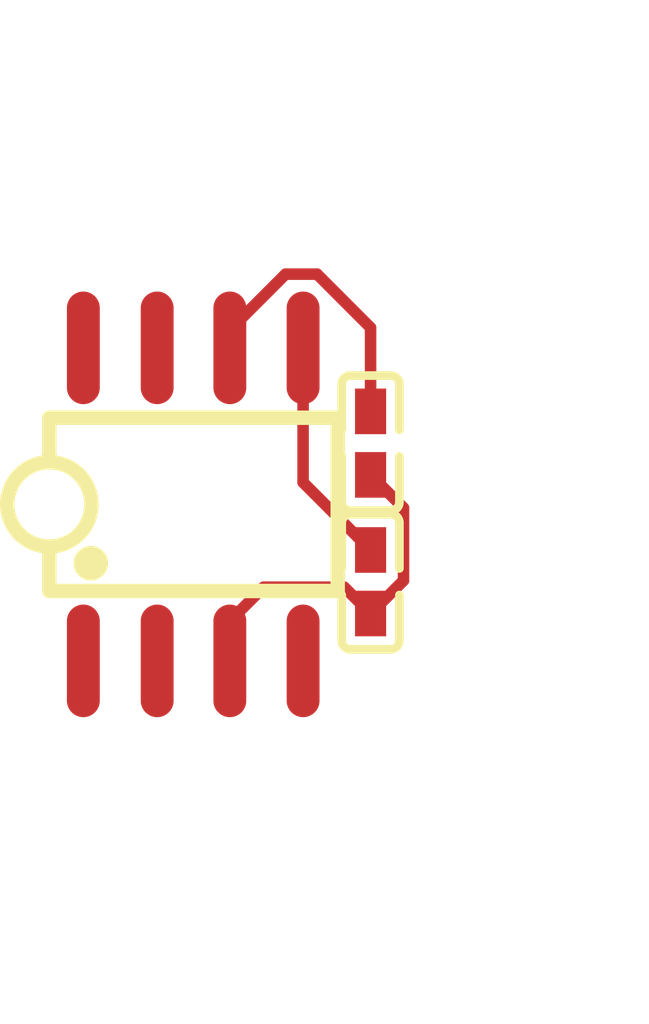
<source format=kicad_pcb>
(kicad_pcb (version 20241229) (generator "pcbnew") (generator_version "9.0")
  (layers (0 "F.Cu" signal) (2 "B.Cu" signal) (13 "F.Paste" user) (15 "B.Paste" user) (5 "F.SilkS" user "F.Silkscreen") (7 "B.SilkS" user "B.Silkscreen") (1 "F.Mask" user) (3 "B.Mask" user) (25 "Edge.Cuts" user))
  (net 0 "")
  (net 1 "VIN")
  (net 2 "negative_power-GND")
  (net 3 "SENSEpos_P")
  (net 4 "VOpos_P")
  (net 5 "positive_power-GND")
  (net 6 "VOneg_N")
  (net 7 "VCC")
  (net 8 "SENSEneg_N")
  (footprint "Samsung_Electro_Mechanics_CL05A105KA5NQNC:C0402" (layer "F.Cu") (at 34.2 25.3 90)
    (property "Reference" "C1" (hide yes))
    (property "Value" "1µF ±10% 25V X5R")
    (fp_line (start 1.02 -0.5) (end 0.23 -0.5) (stroke (width 0.15)) (layer "F.SilkS") (layers "F.SilkS"))
    (fp_line (start -1.02 -0.5) (end -0.23 -0.5) (stroke (width 0.15)) (layer "F.SilkS") (layers "F.SilkS"))
    (fp_line (start 1.17 0.35) (end 1.17 -0.35) (stroke (width 0.15)) (layer "F.SilkS") (layers "F.SilkS"))
    (fp_line (start -1.17 0.35) (end -1.17 -0.35) (stroke (width 0.15)) (layer "F.SilkS") (layers "F.SilkS"))
    (fp_line (start 0.23 0.5) (end 1.02 0.5) (stroke (width 0.15)) (layer "F.SilkS") (layers "F.SilkS"))
    (fp_line (start -0.23 0.5) (end -1.02 0.5) (stroke (width 0.15)) (layer "F.SilkS") (layers "F.SilkS"))
    (fp_arc (start 1.02 -0.5) (mid 1.126066 -0.456066) (end 1.17 -0.35) (stroke (width 0.15)) (layer "F.SilkS"))
    (fp_arc (start 1.17 0.35) (mid 1.126066 0.456066) (end 1.02 0.5) (stroke (width 0.15)) (layer "F.SilkS"))
    (fp_arc (start -1.17 0.35) (mid -1.126066 0.456066) (end -1.02 0.5) (stroke (width 0.15)) (layer "F.SilkS"))
    (fp_arc (start -1.02 -0.5) (mid -1.126066 -0.456066) (end -1.17 -0.35) (stroke (width 0.15)) (layer "F.SilkS"))
    (pad "1" smd rect (at -0.55 0 90) (size 0.79 0.54) (layers "F.Cu" "F.Paste" "F.Mask") (net 5 "positive_power-GND"))
    (pad "2" smd rect (at 0.55 0 90) (size 0.79 0.54) (layers "F.Cu" "F.Paste" "F.Mask") (net 2 "negative_power-GND"))
  )
  (footprint "Texas_Instruments_DRV135UA_2K5:SOIC-8_L5.0-W4.0-P1.27-LS6.0-BL" (layer "F.Cu") (at 31.13 23.96 0)
    (property "Reference" "U1" (hide yes))
    (property "Value" "")
    (fp_line (start -2.5 -1.5) (end -2.5 -0.73) (stroke (width 0.25)) (layer "F.SilkS"))
    (fp_line (start -2.5 -1.5) (end 2.5 -1.5) (stroke (width 0.25)) (layer "F.SilkS"))
    (fp_line (start -2.5 1.5) (end -2.5 0.73) (stroke (width 0.25)) (layer "F.SilkS"))
    (fp_line (start -2.5 1.5) (end 2.5 1.5) (stroke (width 0.25)) (layer "F.SilkS"))
    (fp_line (start 2.5 -1.5) (end 2.5 1.5) (stroke (width 0.25)) (layer "F.SilkS"))
    (fp_arc (start -2.5 -0.73) (mid -2.5063704 0.7299722) (end -2.4872597 -0.7298888) (stroke (width 0.25)) (layer "F.SilkS"))
    (fp_circle (center -1.78 1.02) (end -1.63 1.02) (stroke (width 0.3)) (fill no) (layer "F.SilkS"))
    (pad "1" smd oval (at -1.91 2.71 0) (size 0.57 1.95) (layers "F.Cu" "F.Paste" "F.Mask") (net 6 "VOneg_N"))
    (pad "2" smd oval (at -0.63 2.71 0) (size 0.57 1.95) (layers "F.Cu" "F.Paste" "F.Mask") (net 8 "SENSEneg_N"))
    (pad "3" smd oval (at 0.63 2.71 0) (size 0.57 1.95) (layers "F.Cu" "F.Paste" "F.Mask") (net 5 "positive_power-GND"))
    (pad "4" smd oval (at 1.9 2.71 0) (size 0.57 1.95) (layers "F.Cu" "F.Paste" "F.Mask") (net 1 "VIN"))
    (pad "5" smd oval (at 1.9 -2.71 0) (size 0.57 1.95) (layers "F.Cu" "F.Paste" "F.Mask") (net 2 "negative_power-GND"))
    (pad "6" smd oval (at 0.63 -2.71 0) (size 0.57 1.95) (layers "F.Cu" "F.Paste" "F.Mask") (net 7 "VCC"))
    (pad "7" smd oval (at -0.63 -2.71 0) (size 0.57 1.95) (layers "F.Cu" "F.Paste" "F.Mask") (net 3 "SENSEpos_P"))
    (pad "8" smd oval (at -1.91 -2.71 0) (size 0.57 1.95) (layers "F.Cu" "F.Paste" "F.Mask") (net 4 "VOpos_P"))
  )
  (footprint "Samsung_Electro_Mechanics_CL05A105KA5NQNC:C0402" (layer "F.Cu") (at 34.2 22.9 -90)
    (property "Reference" "C2" (hide yes))
    (property "Value" "1µF ±10% 25V X5R")
    (fp_line (start -0.23 0.5) (end -1.02 0.5) (stroke (width 0.15)) (layer "F.SilkS") (layers "F.SilkS"))
    (fp_line (start 0.23 0.5) (end 1.02 0.5) (stroke (width 0.15)) (layer "F.SilkS") (layers "F.SilkS"))
    (fp_line (start -1.17 0.35) (end -1.17 -0.35) (stroke (width 0.15)) (layer "F.SilkS") (layers "F.SilkS"))
    (fp_line (start 1.17 0.35) (end 1.17 -0.35) (stroke (width 0.15)) (layer "F.SilkS") (layers "F.SilkS"))
    (fp_line (start -1.02 -0.5) (end -0.23 -0.5) (stroke (width 0.15)) (layer "F.SilkS") (layers "F.SilkS"))
    (fp_line (start 1.02 -0.5) (end 0.23 -0.5) (stroke (width 0.15)) (layer "F.SilkS") (layers "F.SilkS"))
    (fp_arc (start 1.17 0.35) (mid 1.126066 0.456066) (end 1.02 0.5) (stroke (width 0.15)) (layer "F.SilkS"))
    (fp_arc (start 1.02 -0.5) (mid 1.126066 -0.456066) (end 1.17 -0.35) (stroke (width 0.15)) (layer "F.SilkS"))
    (fp_arc (start -1.17 0.35) (mid -1.126066 0.456066) (end -1.02 0.5) (stroke (width 0.15)) (layer "F.SilkS"))
    (fp_arc (start -1.02 -0.5) (mid -1.126066 -0.456066) (end -1.17 -0.35) (stroke (width 0.15)) (layer "F.SilkS"))
    (pad "1" smd rect (at -0.55 0 270) (size 0.79 0.54) (layers "F.Cu" "F.Paste" "F.Mask") (net 7 "VCC"))
    (pad "2" smd rect (at 0.55 0 270) (size 0.79 0.54) (layers "F.Cu" "F.Paste" "F.Mask") (net 5 "positive_power-GND"))
  )
  (segment (start 33.03 23.58) (end 33.03 21.25) (width 0.2) (layer "F.Cu") (net 2))
  (segment (start 34.2 24.75) (end 33.03 23.58) (width 0.2) (layer "F.Cu") (net 2))
  (segment (start 34.771 25.279) (end 34.2 25.85) (width 0.2) (layer "F.Cu") (net 5))
  (segment (start 33.744 25.394) (end 32.346 25.394) (width 0.2) (layer "F.Cu") (net 5))
  (segment (start 34.2 25.85) (end 33.744 25.394) (width 0.2) (layer "F.Cu") (net 5))
  (segment (start 34.2 23.45) (end 34.771 24.021) (width 0.2) (layer "F.Cu") (net 5))
  (segment (start 31.76 25.98) (end 31.76 26.67) (width 0.2) (layer "F.Cu") (net 5))
  (segment (start 32.346 25.394) (end 31.76 25.98) (width 0.2) (layer "F.Cu") (net 5))
  (segment (start 34.771 24.021) (end 34.771 25.279) (width 0.2) (layer "F.Cu") (net 5))
  (segment (start 34.2 22.35) (end 34.2 20.901271) (width 0.2) (layer "F.Cu") (net 7))
  (segment (start 33.272729 19.974) (end 32.726 19.974) (width 0.2) (layer "F.Cu") (net 7))
  (segment (start 31.76 20.94) (end 31.76 21.25) (width 0.2) (layer "F.Cu") (net 7))
  (segment (start 34.2 20.901271) (end 33.272729 19.974) (width 0.2) (layer "F.Cu") (net 7))
  (segment (start 32.726 19.974) (end 31.76 20.94) (width 0.2) (layer "F.Cu") (net 7))
)
</source>
